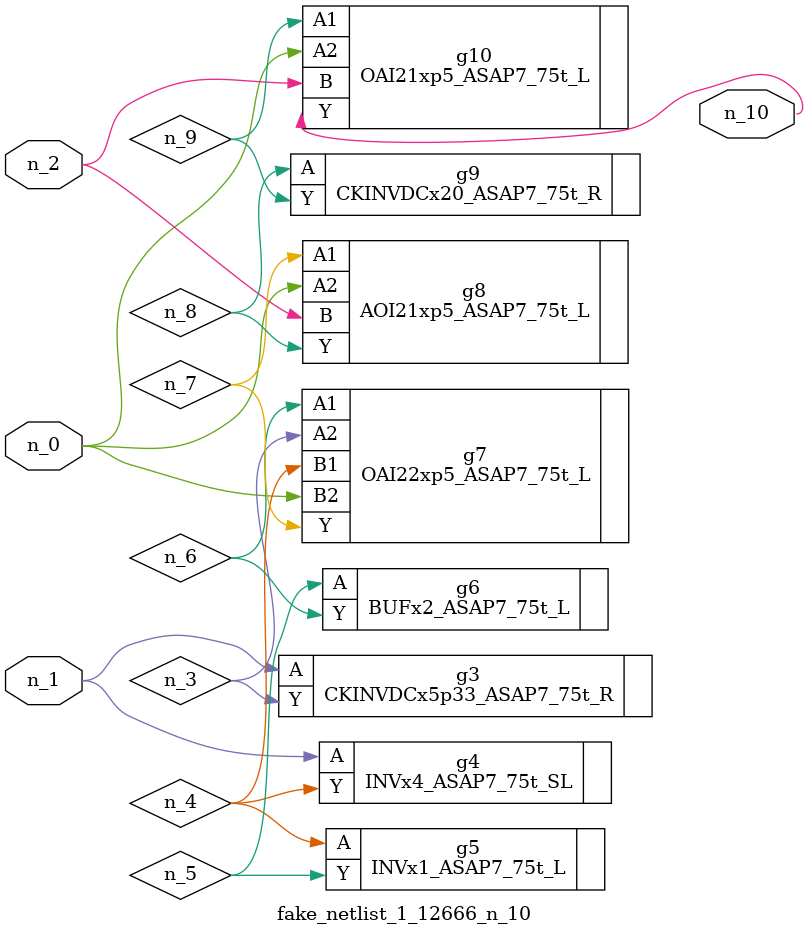
<source format=v>
module fake_netlist_1_12666_n_10 (n_1, n_2, n_0, n_10);
input n_1;
input n_2;
input n_0;
output n_10;
wire n_6;
wire n_4;
wire n_3;
wire n_9;
wire n_5;
wire n_7;
wire n_8;
CKINVDCx5p33_ASAP7_75t_R g3 ( .A(n_1), .Y(n_3) );
INVx4_ASAP7_75t_SL g4 ( .A(n_1), .Y(n_4) );
INVx1_ASAP7_75t_L g5 ( .A(n_4), .Y(n_5) );
BUFx2_ASAP7_75t_L g6 ( .A(n_5), .Y(n_6) );
OAI22xp5_ASAP7_75t_L g7 ( .A1(n_6), .A2(n_3), .B1(n_4), .B2(n_0), .Y(n_7) );
AOI21xp5_ASAP7_75t_L g8 ( .A1(n_7), .A2(n_0), .B(n_2), .Y(n_8) );
CKINVDCx20_ASAP7_75t_R g9 ( .A(n_8), .Y(n_9) );
OAI21xp5_ASAP7_75t_L g10 ( .A1(n_9), .A2(n_0), .B(n_2), .Y(n_10) );
endmodule
</source>
